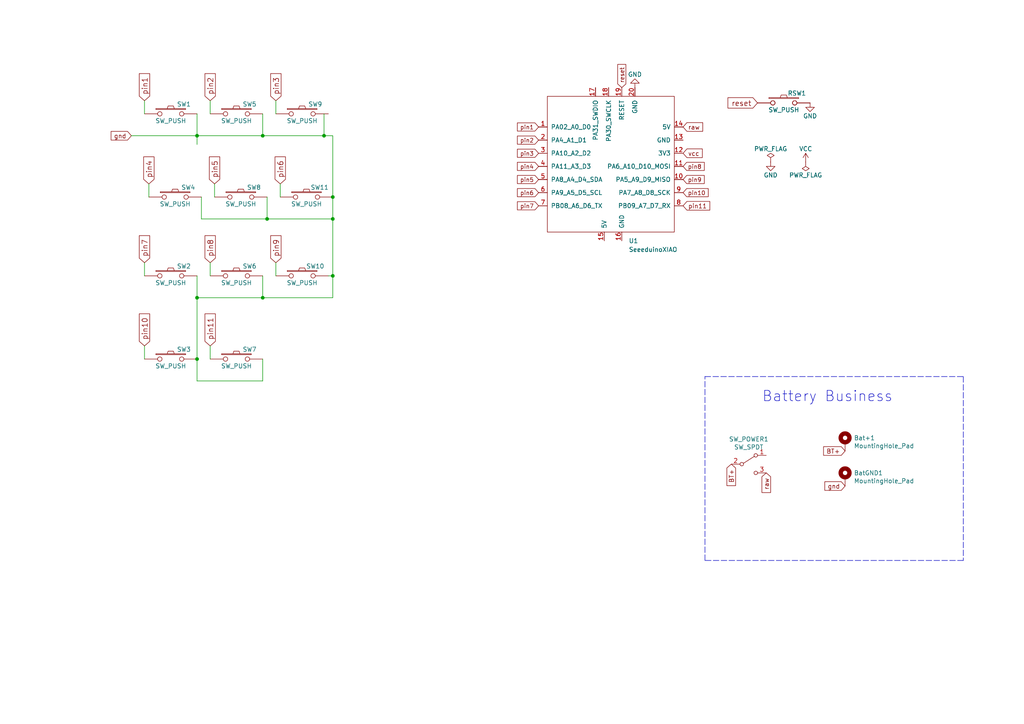
<source format=kicad_sch>
(kicad_sch (version 20211123) (generator eeschema)
  (paper "A4")
  (lib_symbols
    (symbol "Mechanical:MountingHole_Pad" (pin_numbers hide) (pin_names (offset 1.016) hide)
      (property "Reference" "H" (at 0 6.35 0))
      (property "Value" "MountingHole_Pad" (at 0 4.445 0))
      (symbol "MountingHole_Pad_0_1"
        (circle (center 0 1.27) (radius 1.27) (stroke (width 1.27)))
      )
      (symbol "MountingHole_Pad_1_1"
        (pin input line (at 0 -2.54 90) (length 2.54) (name "1") (number "1"))
      )
    )
    (symbol "Switch:SW_SPDT" (pin_names (offset 0) hide)
      (property "Reference" "SW" (at 0 4.318 0))
      (property "Value" "SW_SPDT" (at 0 -5.08 0))
      (symbol "SW_SPDT_0_0"
        (circle (center -2.032 0) (radius 0.508))
        (circle (center 2.032 -2.54) (radius 0.508))
      )
      (symbol "SW_SPDT_0_1"
        (polyline (pts (xy -1.524 0.254) (xy 1.651 2.286)))
        (circle (center 2.032 2.54) (radius 0.508))
      )
      (symbol "SW_SPDT_1_1"
        (pin passive line (at 5.08 2.54 180) (length 2.54) (name "A") (number "1"))
        (pin passive line (at -5.08 0 0) (length 2.54) (name "B") (number "2"))
        (pin passive line (at 5.08 -2.54 180) (length 2.54) (name "C") (number "3"))
      )
    )
    (symbol "kbd:SW_PUSH" (pin_numbers hide) (pin_names (offset 1.016) hide)
      (property "Reference" "SW" (at 3.81 2.794 0))
      (property "Value" "kbd_SW_PUSH" (at 0 -2.032 0))
      (symbol "SW_PUSH_0_1"
        (rectangle (start -4.318 1.27) (end 4.318 1.524))
        (polyline (pts (xy -1.016 1.524) (xy -0.762 2.286) (xy 0.762 2.286) (xy 1.016 1.524)))
        (pin passive inverted (at -7.62 0 0) (length 5.08) (name "1") (number "1"))
        (pin passive inverted (at 7.62 0 180) (length 5.08) (name "2") (number "2"))
      )
    )
    (symbol "power:GND" (power) (pin_names (offset 0))
      (property "Value" "GND" (at 0 -3.81 0))
      (symbol "GND_0_1"
        (polyline (pts (xy 0 0) (xy 0 -1.27) (xy 1.27 -1.27) (xy 0 -2.54) (xy -1.27 -1.27) (xy 0 -1.27)))
      )
      (symbol "GND_1_1"
        (pin power_in line (at 0 0 270) (length 0) hide (name "GND") (number "1"))
      )
    )
    (symbol "power:PWR_FLAG" (power) (pin_numbers hide) (pin_names (offset 0) hide)
      (property "Value" "PWR_FLAG" (at 0 3.81 0))
      (symbol "PWR_FLAG_0_0"
        (pin power_out line (at 0 0 90) (length 0) (name "pwr") (number "1"))
      )
      (symbol "PWR_FLAG_0_1"
        (polyline (pts (xy 0 0) (xy 0 1.27) (xy -1.016 1.905) (xy 0 2.54) (xy 1.016 1.905) (xy 0 1.27)))
      )
    )
    (symbol "power:VCC" (power) (pin_names (offset 0))
      (property "Value" "VCC" (at 0 3.81 0))
      (symbol "VCC_0_1"
        (polyline (pts (xy -0.762 1.27) (xy 0 2.54)))
        (polyline (pts (xy 0 0) (xy 0 2.54)))
        (polyline (pts (xy 0 2.54) (xy 0.762 1.27)))
      )
      (symbol "VCC_1_1"
        (pin power_in line (at 0 0 90) (length 0) hide (name "VCC") (number "1"))
      )
    )
    (symbol "xaio:SeeeduinoXIAO" (pin_names (offset 1.016))
      (property "Reference" "U" (at -19.05 22.86 0))
      (property "Value" "SeeeduinoXIAO" (at -12.7 21.59 0))
      (symbol "SeeeduinoXIAO_0_1"
        (rectangle (start -19.05 20.32) (end 17.78 -19.05))
      )
      (symbol "SeeeduinoXIAO_1_1"
        (pin unspecified line (at -21.59 11.43 0) (length 2.54) (name "PA02_A0_D0") (number "1"))
        (pin unspecified line (at 20.32 -3.81 180) (length 2.54) (name "PA5_A9_D9_MISO") (number "10"))
        (pin unspecified line (at 20.32 0 180) (length 2.54) (name "PA6_A10_D10_MOSI") (number "11"))
        (pin unspecified line (at 20.32 3.81 180) (length 2.54) (name "3V3") (number "12"))
        (pin unspecified line (at 20.32 7.62 180) (length 2.54) (name "GND") (number "13"))
        (pin unspecified line (at 20.32 11.43 180) (length 2.54) (name "5V") (number "14"))
        (pin input line (at -2.54 -21.59 90) (length 2.54) (name "5V") (number "15"))
        (pin input line (at 2.54 -21.59 90) (length 2.54) (name "GND") (number "16"))
        (pin input line (at -5.08 22.86 270) (length 2.54) (name "PA31_SWDIO") (number "17"))
        (pin input line (at -1.27 22.86 270) (length 2.54) (name "PA30_SWCLK") (number "18"))
        (pin input line (at 2.54 22.86 270) (length 2.54) (name "RESET") (number "19"))
        (pin unspecified line (at -21.59 7.62 0) (length 2.54) (name "PA4_A1_D1") (number "2"))
        (pin input line (at 6.35 22.86 270) (length 2.54) (name "GND") (number "20"))
        (pin unspecified line (at -21.59 3.81 0) (length 2.54) (name "PA10_A2_D2") (number "3"))
        (pin unspecified line (at -21.59 0 0) (length 2.54) (name "PA11_A3_D3") (number "4"))
        (pin unspecified line (at -21.59 -3.81 0) (length 2.54) (name "PA8_A4_D4_SDA") (number "5"))
        (pin unspecified line (at -21.59 -7.62 0) (length 2.54) (name "PA9_A5_D5_SCL") (number "6"))
        (pin unspecified line (at -21.59 -11.43 0) (length 2.54) (name "PB08_A6_D6_TX") (number "7"))
        (pin unspecified line (at 20.32 -11.43 180) (length 2.54) (name "PB09_A7_D7_RX") (number "8"))
        (pin unspecified line (at 20.32 -7.62 180) (length 2.54) (name "PA7_A8_D8_SCK") (number "9"))
      )
    )
  )
  (junction (at 57.15 104.14))
  (junction (at 77.47 63.5))
  (junction (at 76.2 86.36))
  (junction (at 76.2 39.37))
  (junction (at 93.98 39.37))
  (junction (at 57.15 86.36))
  (junction (at 57.15 39.37))
  (junction (at 96.52 80.01))
  (junction (at 96.52 57.15))
  (junction (at 96.52 63.5))
  (polyline (pts (xy 204.47 162.56) (xy 204.47 109.22)))
  (wire (pts (xy 60.96 76.2) (xy 60.96 80.01)))
  (wire (pts (xy 80.01 29.21) (xy 80.01 33.02)))
  (wire (pts (xy 57.15 104.14) (xy 57.15 110.49)))
  (polyline (pts (xy 204.47 109.22) (xy 279.4 109.22)))
  (wire (pts (xy 76.2 86.36) (xy 96.52 86.36)))
  (wire (pts (xy 80.01 76.2) (xy 80.01 80.01)))
  (wire (pts (xy 96.52 39.37) (xy 96.52 57.15)))
  (wire (pts (xy 57.15 33.02) (xy 57.15 39.37)))
  (wire (pts (xy 57.15 39.37) (xy 76.2 39.37)))
  (wire (pts (xy 96.52 80.01) (xy 96.52 86.36)))
  (wire (pts (xy 93.98 33.02) (xy 93.98 39.37)))
  (wire (pts (xy 43.18 53.34) (xy 43.18 57.15)))
  (wire (pts (xy 77.47 63.5) (xy 96.52 63.5)))
  (wire (pts (xy 38.1 39.37) (xy 57.15 39.37)))
  (wire (pts (xy 76.2 33.02) (xy 76.2 39.37)))
  (wire (pts (xy 57.15 80.01) (xy 57.15 86.36)))
  (polyline (pts (xy 279.4 109.22) (xy 279.4 162.56)))
  (wire (pts (xy 58.42 57.15) (xy 58.42 63.5)))
  (wire (pts (xy 60.96 100.33) (xy 60.96 104.14)))
  (wire (pts (xy 96.52 80.01) (xy 95.25 80.01)))
  (wire (pts (xy 57.15 39.37) (xy 57.15 41.91)))
  (wire (pts (xy 76.2 39.37) (xy 93.98 39.37)))
  (wire (pts (xy 62.23 53.34) (xy 62.23 57.15)))
  (wire (pts (xy 96.52 57.15) (xy 96.52 63.5)))
  (wire (pts (xy 58.42 63.5) (xy 77.47 63.5)))
  (wire (pts (xy 57.15 110.49) (xy 76.2 110.49)))
  (wire (pts (xy 41.91 29.21) (xy 41.91 33.02)))
  (wire (pts (xy 60.96 29.21) (xy 60.96 33.02)))
  (wire (pts (xy 77.47 63.5) (xy 77.47 57.15)))
  (wire (pts (xy 93.98 39.37) (xy 96.52 39.37)))
  (wire (pts (xy 76.2 86.36) (xy 76.2 80.01)))
  (wire (pts (xy 57.15 86.36) (xy 76.2 86.36)))
  (wire (pts (xy 81.28 53.34) (xy 81.28 57.15)))
  (wire (pts (xy 41.91 76.2) (xy 41.91 80.01)))
  (wire (pts (xy 41.91 100.33) (xy 41.91 104.14)))
  (wire (pts (xy 76.2 104.14) (xy 76.2 110.49)))
  (wire (pts (xy 57.15 86.36) (xy 57.15 104.14)))
  (polyline (pts (xy 279.4 162.56) (xy 204.47 162.56)))
  (wire (pts (xy 96.52 63.5) (xy 96.52 80.01)))
  (text "Battery Business" (at 220.98 116.84 0) (effects (font (size 2.9972 2.9972)) (justify left bottom)))
  (global_label "BT+" (shape input) (at 212.09 134.62 270) (property "Intersheet References" "${INTERSHEET_REFS}" (effects hide)))
  (global_label "pin9" (shape input) (at 198.12 52.07 0) (effects (font (size 1.1938 1.1938))) (property "Intersheet References" "${INTERSHEET_REFS}" (effects hide)))
  (global_label "pin7" (shape input) (at 41.91 76.2 90) (effects (font (size 1.524 1.524))) (property "Intersheet References" "${INTERSHEET_REFS}" (effects hide)))
  (global_label "raw" (shape input) (at 198.12 36.83 0) (property "Intersheet References" "${INTERSHEET_REFS}" (effects hide)))
  (global_label "pin8" (shape input) (at 60.96 76.2 90) (effects (font (size 1.524 1.524))) (property "Intersheet References" "${INTERSHEET_REFS}" (effects hide)))
  (global_label "pin4" (shape input) (at 156.21 48.26 180) (effects (font (size 1.1938 1.1938))) (property "Intersheet References" "${INTERSHEET_REFS}" (effects hide)))
  (global_label "pin1" (shape input) (at 41.91 29.21 90) (effects (font (size 1.524 1.524))) (property "Intersheet References" "${INTERSHEET_REFS}" (effects hide)))
  (global_label "reset" (shape input) (at 180.34 25.4 90) (effects (font (size 1.1938 1.1938))) (property "Intersheet References" "${INTERSHEET_REFS}" (effects hide)))
  (global_label "pin8" (shape input) (at 198.12 48.26 0) (effects (font (size 1.1938 1.1938))) (property "Intersheet References" "${INTERSHEET_REFS}" (effects hide)))
  (global_label "vcc" (shape input) (at 198.12 44.45 0) (property "Intersheet References" "${INTERSHEET_REFS}" (effects hide)))
  (global_label "pin3" (shape input) (at 80.01 29.21 90) (effects (font (size 1.524 1.524))) (property "Intersheet References" "${INTERSHEET_REFS}" (effects hide)))
  (global_label "gnd" (shape input) (at 245.11 140.97 180) (property "Intersheet References" "${INTERSHEET_REFS}" (effects hide)))
  (global_label "pin10" (shape input) (at 198.12 55.88 0) (effects (font (size 1.1938 1.1938))) (property "Intersheet References" "${INTERSHEET_REFS}" (effects hide)))
  (global_label "pin3" (shape input) (at 156.21 44.45 180) (effects (font (size 1.1938 1.1938))) (property "Intersheet References" "${INTERSHEET_REFS}" (effects hide)))
  (global_label "BT+" (shape input) (at 245.11 130.81 180) (property "Intersheet References" "${INTERSHEET_REFS}" (effects hide)))
  (global_label "pin9" (shape input) (at 80.01 76.2 90) (effects (font (size 1.524 1.524))) (property "Intersheet References" "${INTERSHEET_REFS}" (effects hide)))
  (global_label "pin7" (shape input) (at 156.21 59.69 180) (effects (font (size 1.1938 1.1938))) (property "Intersheet References" "${INTERSHEET_REFS}" (effects hide)))
  (global_label "gnd" (shape input) (at 38.1 39.37 180) (property "Intersheet References" "${INTERSHEET_REFS}" (effects hide)))
  (global_label "pin5" (shape input) (at 62.23 53.34 90) (effects (font (size 1.524 1.524))) (property "Intersheet References" "${INTERSHEET_REFS}" (effects hide)))
  (global_label "pin4" (shape input) (at 43.18 53.34 90) (effects (font (size 1.524 1.524))) (property "Intersheet References" "${INTERSHEET_REFS}" (effects hide)))
  (global_label "pin1" (shape input) (at 156.21 36.83 180) (effects (font (size 1.1938 1.1938))) (property "Intersheet References" "${INTERSHEET_REFS}" (effects hide)))
  (global_label "pin10" (shape input) (at 41.91 100.33 90) (effects (font (size 1.524 1.524))) (property "Intersheet References" "${INTERSHEET_REFS}" (effects hide)))
  (global_label "pin2" (shape input) (at 156.21 40.64 180) (effects (font (size 1.1938 1.1938))) (property "Intersheet References" "${INTERSHEET_REFS}" (effects hide)))
  (global_label "pin11" (shape input) (at 198.12 59.69 0) (property "Intersheet References" "${INTERSHEET_REFS}" (effects hide)))
  (global_label "pin5" (shape input) (at 156.21 52.07 180) (effects (font (size 1.1938 1.1938))) (property "Intersheet References" "${INTERSHEET_REFS}" (effects hide)))
  (global_label "pin11" (shape input) (at 60.96 100.33 90) (effects (font (size 1.524 1.524))) (property "Intersheet References" "${INTERSHEET_REFS}" (effects hide)))
  (global_label "pin2" (shape input) (at 60.96 29.21 90) (effects (font (size 1.524 1.524))) (property "Intersheet References" "${INTERSHEET_REFS}" (effects hide)))
  (global_label "raw" (shape input) (at 222.25 137.16 270) (property "Intersheet References" "${INTERSHEET_REFS}" (effects hide)))
  (global_label "pin6" (shape input) (at 81.28 53.34 90) (effects (font (size 1.524 1.524))) (property "Intersheet References" "${INTERSHEET_REFS}" (effects hide)))
  (global_label "reset" (shape input) (at 219.71 29.845 180) (effects (font (size 1.524 1.524))) (property "Intersheet References" "${INTERSHEET_REFS}" (effects hide)))
  (global_label "pin6" (shape input) (at 156.21 55.88 180) (effects (font (size 1.1938 1.1938))) (property "Intersheet References" "${INTERSHEET_REFS}" (effects hide)))
  (symbol (lib_id "power:PWR_FLAG") (at 233.68 46.99 180) (unit 1)
    (property "Reference" "#FLG02" (effects hide))
    (property "Value" "PWR_FLAG" (at 233.68 50.8 0))
  )
  (symbol (lib_id "kbd:SW_PUSH") (at 50.8 57.15 0) (unit 1)
    (property "Reference" "SW4" (at 54.61 54.356 0))
    (property "Value" "SW_PUSH" (at 50.8 59.182 0))
    (property "Footprint" "marbla:SW_MX_1u" (effects hide))
  )
  (symbol (lib_id "kbd:SW_PUSH") (at 88.9 57.15 0) (unit 1)
    (property "Reference" "SW11" (at 92.71 54.356 0))
    (property "Value" "SW_PUSH" (at 88.9 59.182 0))
    (property "Footprint" "marbla:SW_MX_1u" (effects hide))
  )
  (symbol (lib_id "kbd:SW_PUSH") (at 49.53 80.01 0) (unit 1)
    (property "Reference" "SW2" (at 53.34 77.216 0))
    (property "Value" "SW_PUSH" (at 49.53 82.042 0))
    (property "Footprint" "marbla:SW_MX_1u" (effects hide))
  )
  (symbol (lib_id "kbd:SW_PUSH") (at 87.63 33.02 0) (unit 1)
    (property "Reference" "SW9" (at 91.44 30.226 0))
    (property "Value" "SW_PUSH" (at 87.63 35.052 0))
    (property "Footprint" "marbla:SW_MX_1u" (effects hide))
  )
  (symbol (lib_id "xaio:SeeeduinoXIAO") (at 177.8 48.26 0) (unit 1)
    (property "Reference" "U1" (at 182.3594 69.85 0) (effects (justify left)))
    (property "Value" "SeeeduinoXIAO" (at 182.3594 72.39 0) (effects (justify left)))
    (property "Footprint" "xaio:Seeeduino XIAO-MOUDLE14P-2.54-21X17.8MM" (effects hide))
  )
  (symbol (lib_id "power:GND") (at 184.15 25.4 180) (unit 1)
    (property "Reference" "#PWR01" (effects hide))
    (property "Value" "GND" (at 184.15 21.59 0))
  )
  (symbol (lib_id "power:VCC") (at 233.68 46.99 0) (unit 1)
    (property "Reference" "#PWR03" (effects hide))
    (property "Value" "VCC" (at 233.68 43.18 0))
  )
  (symbol (lib_id "kbd:SW_PUSH") (at 68.58 80.01 0) (unit 1)
    (property "Reference" "SW6" (at 72.39 77.216 0))
    (property "Value" "SW_PUSH" (at 68.58 82.042 0))
    (property "Footprint" "marbla:SW_MX_1u" (effects hide))
  )
  (symbol (lib_id "kbd:SW_PUSH") (at 69.85 57.15 0) (unit 1)
    (property "Reference" "SW8" (at 73.66 54.356 0))
    (property "Value" "SW_PUSH" (at 69.85 59.182 0))
    (property "Footprint" "marbla:SW_MX_1u" (effects hide))
  )
  (symbol (lib_id "kbd:SW_PUSH") (at 227.33 29.845 0) (unit 1)
    (property "Reference" "RSW1" (at 231.14 27.051 0))
    (property "Value" "SW_PUSH" (at 227.33 31.877 0))
    (property "Footprint" "kbd:ResetSW_1side" (effects hide))
  )
  (symbol (lib_id "Switch:SW_SPDT") (at 217.17 134.62 0) (unit 1)
    (property "Reference" "SW_POWER1" (at 217.17 127.381 0))
    (property "Value" "SW_SPDT" (at 217.17 129.6924 0))
    (property "Footprint" "Kailh:SPDT_C128955" (effects hide))
  )
  (symbol (lib_id "Mechanical:MountingHole_Pad") (at 245.11 128.27 0) (unit 1)
    (property "Reference" "Bat+1" (at 247.65 127.0254 0) (effects (justify left)))
    (property "Value" "MountingHole_Pad" (at 247.65 129.3368 0) (effects (justify left)))
    (property "Footprint" "kbd:1pin_conn" (effects hide))
  )
  (symbol (lib_id "power:PWR_FLAG") (at 223.52 46.99 0) (unit 1)
    (property "Reference" "#FLG01" (effects hide))
    (property "Value" "PWR_FLAG" (at 223.52 43.18 0))
  )
  (symbol (lib_id "power:GND") (at 223.52 46.99 0) (unit 1)
    (property "Reference" "#PWR02" (effects hide))
    (property "Value" "GND" (at 223.52 50.8 0))
  )
  (symbol (lib_id "kbd:SW_PUSH") (at 68.58 104.14 0) (unit 1)
    (property "Reference" "SW7" (at 72.39 101.346 0))
    (property "Value" "SW_PUSH" (at 68.58 106.172 0))
    (property "Footprint" "marbla:SW_MX_1u" (effects hide))
  )
  (symbol (lib_id "kbd:SW_PUSH") (at 49.53 104.14 0) (unit 1)
    (property "Reference" "SW3" (at 53.34 101.346 0))
    (property "Value" "SW_PUSH" (at 49.53 106.172 0))
    (property "Footprint" "marbla:SW_MX_1u" (effects hide))
  )
  (symbol (lib_id "Mechanical:MountingHole_Pad") (at 245.11 138.43 0) (unit 1)
    (property "Reference" "BatGND1" (at 247.65 137.1854 0) (effects (justify left)))
    (property "Value" "MountingHole_Pad" (at 247.65 139.4968 0) (effects (justify left)))
    (property "Footprint" "kbd:1pin_conn" (effects hide))
  )
  (symbol (lib_id "kbd:SW_PUSH") (at 87.63 80.01 0) (unit 1)
    (property "Reference" "SW10" (at 91.44 77.216 0))
    (property "Value" "SW_PUSH" (at 87.63 82.042 0))
    (property "Footprint" "marbla:SW_MX_1u" (effects hide))
  )
  (symbol (lib_id "kbd:SW_PUSH") (at 49.53 33.02 0) (unit 1)
    (property "Reference" "SW1" (at 53.34 30.226 0))
    (property "Value" "SW_PUSH" (at 49.53 35.052 0))
    (property "Footprint" "marbla:SW_MX_1u" (effects hide))
  )
  (symbol (lib_id "kbd:SW_PUSH") (at 68.58 33.02 0) (unit 1)
    (property "Reference" "SW5" (at 72.39 30.226 0))
    (property "Value" "SW_PUSH" (at 68.58 35.052 0))
    (property "Footprint" "marbla:SW_MX_1u" (effects hide))
  )
  (symbol (lib_id "power:GND") (at 234.95 29.845 0) (unit 1)
    (property "Reference" "#PWR04" (effects hide))
    (property "Value" "GND" (at 234.95 33.655 0))
  )
)
</source>
